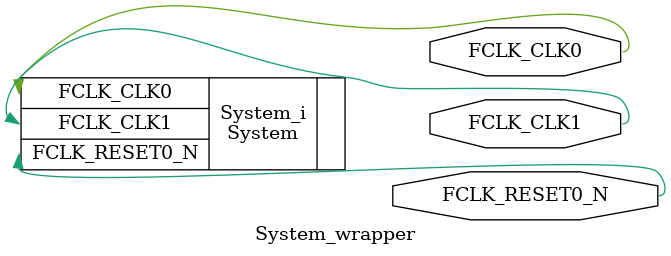
<source format=v>
`timescale 1 ps / 1 ps

module System_wrapper
   (FCLK_CLK0,
    FCLK_CLK1,
    FCLK_RESET0_N);
  output FCLK_CLK0;
  output FCLK_CLK1;
  output FCLK_RESET0_N;

  wire FCLK_CLK0;
  wire FCLK_CLK1;
  wire FCLK_RESET0_N;

  System System_i
       (.FCLK_CLK0(FCLK_CLK0),
        .FCLK_CLK1(FCLK_CLK1),
        .FCLK_RESET0_N(FCLK_RESET0_N));
endmodule

</source>
